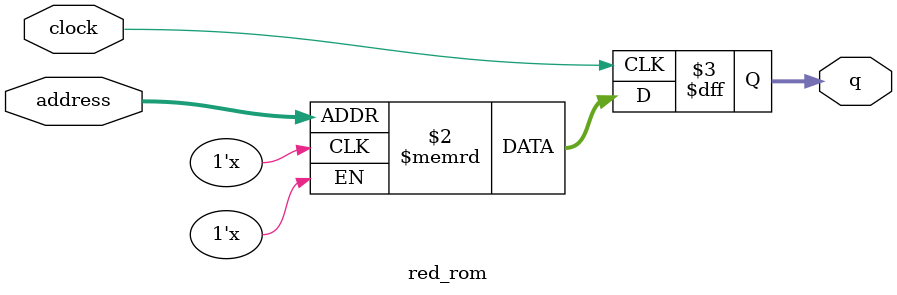
<source format=sv>
module red_rom (
	input logic clock,
	input logic [8:0] address,
	output logic [4:0] q
);

logic [4:0] memory [0:399] /* synthesis ram_init_file = "./red/red.mif" */;

always_ff @ (posedge clock) begin
	q <= memory[address];
end

endmodule

</source>
